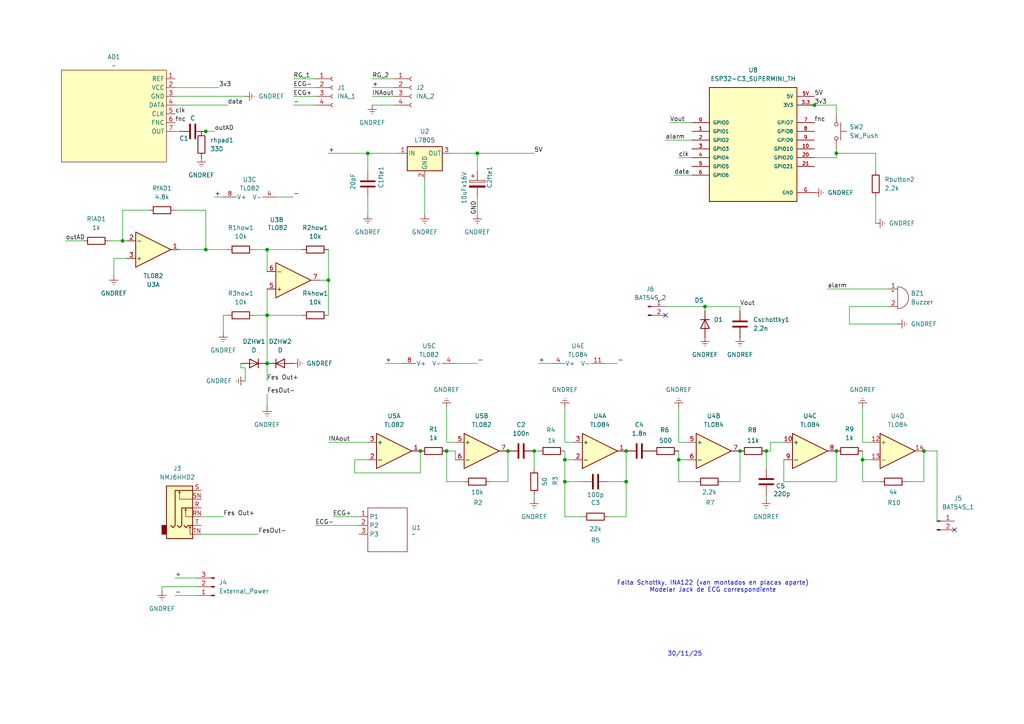
<source format=kicad_sch>
(kicad_sch (version 20250114) (generator "eeschema") (generator_version "9.0")
  (paper "A4")
  (lib_symbols
    (symbol "AD-9833:CJMCU-9833"
      (property "Reference" "AD9833" (at 0 0 0))
      (symbol "CJMCU-9833_1_1"
        (rectangle (start -15.24 11.43) (end 15.24 -15.24) (fill (type background)))
        (pin passive line (at 17.78 8.89 180) (length 2.54) (name "REF") (number "1"))
        (pin power_in line (at 17.78 6.35 180) (length 2.54) (name "VCC") (number "2"))
        (pin power_out line (at 17.78 3.81 180) (length 2.54) (name "GND") (number "3"))
        (pin passive line (at 17.78 1.27 180) (length 2.54) (name "DATA") (number "4"))
        (pin passive line (at 17.78 -1.27 180) (length 2.54) (name "CLK") (number "5"))
        (pin passive line (at 17.78 -3.81 180) (length 2.54) (name "FNC") (number "6"))
        (pin output line (at 17.78 -6.35 180) (length 2.54) (name "OUT") (number "7"))
      )
    )
    (symbol "Amplifier_Operational:TL082" (pin_names (offset 0.127))
      (property "Reference" "U" (at 0 5.08 0))
      (property "Value" "TL082" (at 0 -5.08 0))
      (symbol "TL082_1_1"
        (polyline (pts (xy -5.08 5.08) (xy 5.08 0) (xy -5.08 -5.08) (xy -5.08 5.08)) (stroke (width 0.254)) (fill (type background)))
        (pin input line (at -7.62 2.54 0) (length 2.54) (name "+") (number "3"))
        (pin input line (at -7.62 -2.54 0) (length 2.54) (name "-") (number "2"))
        (pin output line (at 7.62 0 180) (length 2.54) (name "~") (number "1"))
      )
      (symbol "TL082_2_1"
        (polyline (pts (xy -5.08 5.08) (xy 5.08 0) (xy -5.08 -5.08) (xy -5.08 5.08)) (stroke (width 0.254)) (fill (type background)))
        (pin input line (at -7.62 2.54 0) (length 2.54) (name "+") (number "5"))
        (pin input line (at -7.62 -2.54 0) (length 2.54) (name "-") (number "6"))
        (pin output line (at 7.62 0 180) (length 2.54) (name "~") (number "7"))
      )
      (symbol "TL082_3_1"
        (pin power_in line (at -2.54 7.62 270) (length 3.81) (name "V+") (number "8"))
        (pin power_in line (at -2.54 -7.62 90) (length 3.81) (name "V-") (number "4"))
      )
    )
    (symbol "Amplifier_Operational:TL084" (pin_names (offset 0.127))
      (property "Reference" "U" (at 0 5.08 0))
      (property "Value" "TL084" (at 0 -5.08 0))
      (symbol "TL084_1_1"
        (polyline (pts (xy -5.08 5.08) (xy 5.08 0) (xy -5.08 -5.08) (xy -5.08 5.08)) (stroke (width 0.254)) (fill (type background)))
        (pin input line (at -7.62 2.54 0) (length 2.54) (name "+") (number "3"))
        (pin input line (at -7.62 -2.54 0) (length 2.54) (name "-") (number "2"))
        (pin output line (at 7.62 0 180) (length 2.54) (name "~") (number "1"))
      )
      (symbol "TL084_2_1"
        (polyline (pts (xy -5.08 5.08) (xy 5.08 0) (xy -5.08 -5.08) (xy -5.08 5.08)) (stroke (width 0.254)) (fill (type background)))
        (pin input line (at -7.62 2.54 0) (length 2.54) (name "+") (number "5"))
        (pin input line (at -7.62 -2.54 0) (length 2.54) (name "-") (number "6"))
        (pin output line (at 7.62 0 180) (length 2.54) (name "~") (number "7"))
      )
      (symbol "TL084_3_1"
        (polyline (pts (xy -5.08 5.08) (xy 5.08 0) (xy -5.08 -5.08) (xy -5.08 5.08)) (stroke (width 0.254)) (fill (type background)))
        (pin input line (at -7.62 2.54 0) (length 2.54) (name "+") (number "10"))
        (pin input line (at -7.62 -2.54 0) (length 2.54) (name "-") (number "9"))
        (pin output line (at 7.62 0 180) (length 2.54) (name "~") (number "8"))
      )
      (symbol "TL084_4_1"
        (polyline (pts (xy -5.08 5.08) (xy 5.08 0) (xy -5.08 -5.08) (xy -5.08 5.08)) (stroke (width 0.254)) (fill (type background)))
        (pin input line (at -7.62 2.54 0) (length 2.54) (name "+") (number "12"))
        (pin input line (at -7.62 -2.54 0) (length 2.54) (name "-") (number "13"))
        (pin output line (at 7.62 0 180) (length 2.54) (name "~") (number "14"))
      )
      (symbol "TL084_5_1"
        (pin power_in line (at -2.54 7.62 270) (length 3.81) (name "V+") (number "4"))
        (pin power_in line (at -2.54 -7.62 90) (length 3.81) (name "V-") (number "11"))
      )
    )
    (symbol "Connector:Conn_01x02_Pin" (pin_names (offset 1.016) (hide yes))
      (property "Reference" "J" (at 0 2.54 0))
      (property "Value" "Conn_01x02_Pin" (at 0 -5.08 0))
      (symbol "Conn_01x02_Pin_1_1"
        (rectangle (start 0.8636 0.127) (end 0 -0.127) (stroke (width 0.1524)) (fill (type outline)))
        (rectangle (start 0.8636 -2.413) (end 0 -2.667) (stroke (width 0.1524)) (fill (type outline)))
        (polyline (pts (xy 1.27 0) (xy 0.8636 0)) (stroke (width 0.1524)))
        (polyline (pts (xy 1.27 -2.54) (xy 0.8636 -2.54)) (stroke (width 0.1524)))
        (pin passive line (at 5.08 0 180) (length 3.81) (name "Pin_1") (number "1"))
        (pin passive line (at 5.08 -2.54 180) (length 3.81) (name "Pin_2") (number "2"))
      )
    )
    (symbol "Connector:Conn_01x03_Pin" (pin_names (offset 1.016) (hide yes))
      (property "Reference" "J" (at 0 5.08 0))
      (property "Value" "Conn_01x03_Pin" (at 0 -5.08 0))
      (symbol "Conn_01x03_Pin_1_1"
        (rectangle (start 0.8636 2.667) (end 0 2.413) (stroke (width 0.1524)) (fill (type outline)))
        (rectangle (start 0.8636 0.127) (end 0 -0.127) (stroke (width 0.1524)) (fill (type outline)))
        (rectangle (start 0.8636 -2.413) (end 0 -2.667) (stroke (width 0.1524)) (fill (type outline)))
        (polyline (pts (xy 1.27 2.54) (xy 0.8636 2.54)) (stroke (width 0.1524)))
        (polyline (pts (xy 1.27 0) (xy 0.8636 0)) (stroke (width 0.1524)))
        (polyline (pts (xy 1.27 -2.54) (xy 0.8636 -2.54)) (stroke (width 0.1524)))
        (pin passive line (at 5.08 2.54 180) (length 3.81) (name "Pin_1") (number "1"))
        (pin passive line (at 5.08 0 180) (length 3.81) (name "Pin_2") (number "2"))
        (pin passive line (at 5.08 -2.54 180) (length 3.81) (name "Pin_3") (number "3"))
      )
    )
    (symbol "Connector:Conn_01x04_Socket" (pin_names (offset 1.016) (hide yes))
      (property "Reference" "J" (at 0 5.08 0))
      (property "Value" "Conn_01x04_Socket" (at 0 -7.62 0))
      (symbol "Conn_01x04_Socket_1_1"
        (polyline (pts (xy -1.27 2.54) (xy -0.508 2.54)) (stroke (width 0.1524)))
        (polyline (pts (xy -1.27 0) (xy -0.508 0)) (stroke (width 0.1524)))
        (polyline (pts (xy -1.27 -2.54) (xy -0.508 -2.54)) (stroke (width 0.1524)))
        (polyline (pts (xy -1.27 -5.08) (xy -0.508 -5.08)) (stroke (width 0.1524)))
        (arc (start 0 2.032) (mid -0.5058 2.54) (end 0 3.048) (stroke (width 0.1524)))
        (arc (start 0 -0.508) (mid -0.5058 0) (end 0 0.508) (stroke (width 0.1524)))
        (arc (start 0 -3.048) (mid -0.5058 -2.54) (end 0 -2.032) (stroke (width 0.1524)))
        (arc (start 0 -5.588) (mid -0.5058 -5.08) (end 0 -4.572) (stroke (width 0.1524)))
        (pin passive line (at -5.08 2.54 0) (length 3.81) (name "Pin_1") (number "1"))
        (pin passive line (at -5.08 0 0) (length 3.81) (name "Pin_2") (number "2"))
        (pin passive line (at -5.08 -2.54 0) (length 3.81) (name "Pin_3") (number "3"))
        (pin passive line (at -5.08 -5.08 0) (length 3.81) (name "Pin_4") (number "4"))
      )
    )
    (symbol "Connector_Audio:NMJ6HHD2"
      (property "Reference" "J" (at 0 11.43 0))
      (property "Value" "NMJ6HHD2" (at 0 8.89 0))
      (symbol "NMJ6HHD2_0_1"
        (rectangle (start -5.08 -5.08) (end -6.35 -7.62) (stroke (width 0.254)) (fill (type outline)))
        (polyline (pts (xy -1.905 -5.08) (xy -1.27 -5.715) (xy -0.635 -5.08) (xy -0.635 0) (xy 2.54 0)) (stroke (width 0.254)))
        (polyline (pts (xy -1.27 4.826) (xy -1.016 4.318)))
        (polyline (pts (xy 0 -5.08) (xy 0.635 -5.715) (xy 1.27 -5.08) (xy 2.54 -5.08)) (stroke (width 0.254)))
        (polyline (pts (xy 0.508 -0.254) (xy 0.762 -0.762)))
        (polyline (pts (xy 1.778 -5.334) (xy 2.032 -5.842)))
        (rectangle (start 2.54 6.35) (end -5.08 -8.89) (stroke (width 0.254)) (fill (type background)))
        (polyline (pts (xy 2.54 5.08) (xy -2.54 5.08) (xy -2.54 -5.08) (xy -3.175 -5.715) (xy -3.81 -5.08)) (stroke (width 0.254)))
        (polyline (pts (xy 2.54 2.54) (xy -1.27 2.54) (xy -1.27 4.826) (xy -1.524 4.318)))
        (polyline (pts (xy 2.54 -2.54) (xy 0.508 -2.54) (xy 0.508 -0.254) (xy 0.254 -0.762)))
        (polyline (pts (xy 2.54 -7.62) (xy 1.778 -7.62) (xy 1.778 -5.334) (xy 1.524 -5.842)))
      )
      (symbol "NMJ6HHD2_1_1"
        (pin passive line (at 5.08 5.08 180) (length 2.54) (name "~") (number "S"))
        (pin passive line (at 5.08 2.54 180) (length 2.54) (name "~") (number "SN"))
        (pin passive line (at 5.08 0 180) (length 2.54) (name "~") (number "R"))
        (pin passive line (at 5.08 -2.54 180) (length 2.54) (name "~") (number "RN"))
        (pin passive line (at 5.08 -5.08 180) (length 2.54) (name "~") (number "T"))
        (pin passive line (at 5.08 -7.62 180) (length 2.54) (name "~") (number "TN"))
      )
    )
    (symbol "Device:Buzzer" (pin_names (offset 0.0254) (hide yes))
      (property "Reference" "BZ" (at 3.81 1.27 0))
      (property "Value" "Buzzer" (at 3.81 -1.27 0))
      (symbol "Buzzer_0_1"
        (polyline (pts (xy -1.651 1.905) (xy -1.143 1.905)))
        (polyline (pts (xy -1.397 2.159) (xy -1.397 1.651)))
        (arc (start 0 3.175) (mid 3.1612 0) (end 0 -3.175))
        (polyline (pts (xy 0 3.175) (xy 0 -3.175)))
      )
      (symbol "Buzzer_1_1"
        (pin passive line (at -2.54 2.54 0) (length 2.54) (name "+") (number "1"))
        (pin passive line (at -2.54 -2.54 0) (length 2.54) (name "-") (number "2"))
      )
    )
    (symbol "Device:C" (pin_numbers (hide yes)) (pin_names (offset 0.254))
      (property "Reference" "C" (at 0.635 2.54 0))
      (property "Value" "C" (at 0.635 -2.54 0))
      (symbol "C_0_1"
        (polyline (pts (xy -2.032 0.762) (xy 2.032 0.762)) (stroke (width 0.508)))
        (polyline (pts (xy -2.032 -0.762) (xy 2.032 -0.762)) (stroke (width 0.508)))
      )
      (symbol "C_1_1"
        (pin passive line (at 0 3.81 270) (length 2.794) (name "~") (number "1"))
        (pin passive line (at 0 -3.81 90) (length 2.794) (name "~") (number "2"))
      )
    )
    (symbol "Device:C_Polarized" (pin_numbers (hide yes)) (pin_names (offset 0.254))
      (property "Reference" "C" (at 0.635 2.54 0))
      (property "Value" "C_Polarized" (at 0.635 -2.54 0))
      (symbol "C_Polarized_0_1"
        (rectangle (start -2.286 0.508) (end 2.286 1.016))
        (polyline (pts (xy -1.778 2.286) (xy -0.762 2.286)))
        (polyline (pts (xy -1.27 2.794) (xy -1.27 1.778)))
        (rectangle (start 2.286 -0.508) (end -2.286 -1.016) (fill (type outline)))
      )
      (symbol "C_Polarized_1_1"
        (pin passive line (at 0 3.81 270) (length 2.794) (name "~") (number "1"))
        (pin passive line (at 0 -3.81 90) (length 2.794) (name "~") (number "2"))
      )
    )
    (symbol "Device:D" (pin_numbers (hide yes)) (pin_names (offset 1.016) (hide yes))
      (property "Reference" "D" (at 0 2.54 0))
      (property "Value" "D" (at 0 -2.54 0))
      (symbol "D_0_1"
        (polyline (pts (xy -1.27 1.27) (xy -1.27 -1.27)) (stroke (width 0.254)))
        (polyline (pts (xy 1.27 1.27) (xy 1.27 -1.27) (xy -1.27 0) (xy 1.27 1.27)) (stroke (width 0.254)))
        (polyline (pts (xy 1.27 0) (xy -1.27 0)))
      )
      (symbol "D_1_1"
        (pin passive line (at -3.81 0 0) (length 2.54) (name "K") (number "1"))
        (pin passive line (at 3.81 0 180) (length 2.54) (name "A") (number "2"))
      )
    )
    (symbol "Device:R" (pin_numbers (hide yes)) (pin_names (offset 0))
      (property "Reference" "R" (at 2.032 0 90))
      (property "Value" "R" (at 0 0 90))
      (symbol "R_0_1"
        (rectangle (start -1.016 -2.54) (end 1.016 2.54) (stroke (width 0.254)))
      )
      (symbol "R_1_1"
        (pin passive line (at 0 3.81 270) (length 1.27) (name "~") (number "1"))
        (pin passive line (at 0 -3.81 90) (length 1.27) (name "~") (number "2"))
      )
    )
    (symbol "ESP32-C3_SUPERMINI_TH:ESP32-C3_SUPERMINI_TH" (pin_names (offset 1.016))
      (property "Reference" "U" (at -12.7 16.002 0))
      (property "Value" "ESP32-C3_SUPERMINI_TH" (at -12.7 -20.32 0))
      (symbol "ESP32-C3_SUPERMINI_TH_0_0"
        (rectangle (start -12.7 -17.78) (end 12.7 15.24) (stroke (width 0.254)) (fill (type background)))
        (pin bidirectional line (at -17.78 5.08 0) (length 5.08) (name "GPIO0") (number "0"))
        (pin bidirectional line (at -17.78 2.54 0) (length 5.08) (name "GPIO1") (number "1"))
        (pin bidirectional line (at -17.78 0 0) (length 5.08) (name "GPIO2") (number "2"))
        (pin bidirectional line (at -17.78 -2.54 0) (length 5.08) (name "GPIO3") (number "3"))
        (pin bidirectional line (at -17.78 -5.08 0) (length 5.08) (name "GPIO4") (number "4"))
        (pin bidirectional line (at -17.78 -7.62 0) (length 5.08) (name "GPIO5") (number "5"))
        (pin bidirectional line (at -17.78 -10.16 0) (length 5.08) (name "GPIO6") (number "6"))
        (pin power_in line (at 17.78 12.7 180) (length 5.08) (name "5V") (number "5V"))
        (pin power_in line (at 17.78 10.16 180) (length 5.08) (name "3V3") (number "3.3"))
        (pin bidirectional line (at 17.78 5.08 180) (length 5.08) (name "GPIO7") (number "7"))
        (pin bidirectional line (at 17.78 2.54 180) (length 5.08) (name "GPIO8") (number "8"))
        (pin bidirectional line (at 17.78 0 180) (length 5.08) (name "GPIO9") (number "9"))
        (pin bidirectional line (at 17.78 -2.54 180) (length 5.08) (name "GPIO10") (number "10"))
        (pin bidirectional line (at 17.78 -5.08 180) (length 5.08) (name "GPIO20") (number "20"))
        (pin bidirectional line (at 17.78 -7.62 180) (length 5.08) (name "GPIO21") (number "21"))
        (pin power_in line (at 17.78 -15.24 180) (length 5.08) (name "GND") (number "G"))
      )
    )
    (symbol "Regulator_Linear:L7805" (pin_names (offset 0.254))
      (property "Reference" "U" (at -3.81 3.175 0))
      (property "Value" "L7805" (at 0 3.175 0))
      (symbol "L7805_0_1"
        (rectangle (start -5.08 1.905) (end 5.08 -5.08) (stroke (width 0.254)) (fill (type background)))
      )
      (symbol "L7805_1_1"
        (pin power_in line (at -7.62 0 0) (length 2.54) (name "IN") (number "1"))
        (pin power_in line (at 0 -7.62 90) (length 2.54) (name "GND") (number "2"))
        (pin power_out line (at 7.62 0 180) (length 2.54) (name "OUT") (number "3"))
      )
    )
    (symbol "Switch:SW_Push" (pin_numbers (hide yes)) (pin_names (offset 1.016) (hide yes))
      (property "Reference" "SW" (at 1.27 2.54 0))
      (property "Value" "SW_Push" (at 0 -1.524 0))
      (symbol "SW_Push_0_1"
        (circle (center -2.032 0) (radius 0.508))
        (polyline (pts (xy 0 1.27) (xy 0 3.048)))
        (circle (center 2.032 0) (radius 0.508))
        (polyline (pts (xy 2.54 1.27) (xy -2.54 1.27)))
        (pin passive line (at -5.08 0 0) (length 2.54) (name "1") (number "1"))
        (pin passive line (at 5.08 0 180) (length 2.54) (name "2") (number "2"))
      )
    )
    (symbol "jackaudio:Jack_ecg"
      (property "Reference" "U" (at 0 0 0))
      (symbol "Jack_ecg_0_1"
        (rectangle (start -6.35 5.08) (end 5.08 -7.62))
      )
      (symbol "Jack_ecg_1_1"
        (pin input line (at -8.89 2.54 0) (length 2.54) (name "P1") (number "1"))
        (pin input line (at -8.89 0 0) (length 2.54) (name "P2") (number "2"))
        (pin input line (at -8.89 -2.54 0) (length 2.54) (name "P3") (number "3"))
      )
    )
    (symbol "power:GNDREF" (power) (pin_numbers (hide yes)) (pin_names (offset 0) (hide yes))
      (property "Value" "GNDREF" (at 0 -3.81 0))
      (symbol "GNDREF_0_1"
        (polyline (pts (xy -0.635 -1.905) (xy 0.635 -1.905)))
        (polyline (pts (xy -0.127 -2.54) (xy 0.127 -2.54)))
        (polyline (pts (xy 0 -1.27) (xy 0 0)))
        (polyline (pts (xy 1.27 -1.27) (xy -1.27 -1.27)))
      )
      (symbol "GNDREF_1_1"
        (pin power_in line (at 0 0 270) (length 0) (name "~") (number "1"))
      )
    )
  )
  (text "30/11/25\n" (at 198.628 189.738 0) (effects (font (size 1.27 1.27))))
  (text "Falta Schottky, INA122 (van montados en placas aparte)\nModelar Jack de ECG correspondiente\n" (at 206.756 170.18 0) (effects (font (size 1.27 1.27))))
  (junction (at 222.25 130.81))
  (junction (at 77.47 91.44))
  (junction (at 181.61 130.81))
  (junction (at 242.57 44.45))
  (junction (at 242.57 130.81))
  (junction (at 77.47 72.39))
  (junction (at 59.69 72.39))
  (junction (at 77.47 105.41))
  (junction (at 121.92 130.81))
  (junction (at 106.68 44.45))
  (junction (at 154.94 130.81))
  (junction (at 181.61 139.7))
  (junction (at 250.19 133.35))
  (junction (at 163.83 133.35))
  (junction (at 163.83 139.7))
  (junction (at 129.54 130.81))
  (junction (at 204.47 88.9))
  (junction (at 138.43 44.45))
  (junction (at 35.56 69.85))
  (junction (at 214.63 130.81))
  (junction (at 59.69 38.1))
  (junction (at 236.22 30.48))
  (junction (at 196.85 133.35))
  (junction (at 95.25 81.28))
  (junction (at 267.97 130.81))
  (junction (at 147.32 130.81))
  (no_connect (at 193.04 91.44))
  (no_connect (at 276.86 153.67))
  (wire (pts (xy 214.63 88.9) (xy 214.63 90.17)))
  (wire (pts (xy 163.83 139.7) (xy 163.83 149.86)))
  (wire (pts (xy 58.42 149.86) (xy 64.77 149.86)))
  (wire (pts (xy 102.87 133.35) (xy 106.68 133.35)))
  (wire (pts (xy 71.12 106.68) (xy 69.85 106.68)))
  (wire (pts (xy 52.07 72.39) (xy 59.69 72.39)))
  (wire (pts (xy 106.68 44.45) (xy 115.57 44.45)))
  (wire (pts (xy 196.85 133.35) (xy 196.85 139.7)))
  (wire (pts (xy 271.78 130.81) (xy 267.97 130.81)))
  (wire (pts (xy 107.95 27.94) (xy 114.3 27.94)))
  (wire (pts (xy 204.47 90.17) (xy 204.47 88.9)))
  (wire (pts (xy 196.85 139.7) (xy 201.93 139.7)))
  (wire (pts (xy 234.95 30.48) (xy 236.22 30.48)))
  (wire (pts (xy 223.52 128.27) (xy 227.33 128.27)))
  (wire (pts (xy 254 44.45) (xy 254 49.53)))
  (wire (pts (xy 166.37 128.27) (xy 163.83 128.27)))
  (wire (pts (xy 50.8 167.64) (xy 57.15 167.64)))
  (wire (pts (xy 107.95 30.48) (xy 114.3 30.48)))
  (wire (pts (xy 62.23 57.15) (xy 64.77 57.15)))
  (wire (pts (xy 138.43 105.41) (xy 132.08 105.41)))
  (wire (pts (xy 52.07 38.1) (xy 50.8 38.1)))
  (wire (pts (xy 96.52 149.86) (xy 104.14 149.86)))
  (wire (pts (xy 163.83 149.86) (xy 168.91 149.86)))
  (wire (pts (xy 222.25 135.89) (xy 222.25 130.81)))
  (wire (pts (xy 106.68 44.45) (xy 106.68 49.53)))
  (wire (pts (xy 50.8 27.94) (xy 71.12 27.94)))
  (wire (pts (xy 250.19 139.7) (xy 255.27 139.7)))
  (wire (pts (xy 154.94 135.89) (xy 154.94 130.81)))
  (wire (pts (xy 163.83 130.81) (xy 163.83 133.35)))
  (wire (pts (xy 85.09 27.94) (xy 91.44 27.94)))
  (wire (pts (xy 73.66 91.44) (xy 77.47 91.44)))
  (wire (pts (xy 242.57 44.45) (xy 254 44.45)))
  (wire (pts (xy 129.54 118.11) (xy 129.54 128.27)))
  (wire (pts (xy 35.56 69.85) (xy 35.56 60.96)))
  (wire (pts (xy 262.89 139.7) (xy 267.97 139.7)))
  (wire (pts (xy 199.39 128.27) (xy 196.85 128.27)))
  (wire (pts (xy 196.85 45.72) (xy 200.66 45.72)))
  (wire (pts (xy 242.57 45.72) (xy 236.22 45.72)))
  (wire (pts (xy 196.85 118.11) (xy 196.85 128.27)))
  (wire (pts (xy 31.75 69.85) (xy 35.56 69.85)))
  (wire (pts (xy 254 57.15) (xy 254 64.77)))
  (wire (pts (xy 163.83 118.11) (xy 163.83 128.27)))
  (wire (pts (xy 193.04 88.9) (xy 204.47 88.9)))
  (wire (pts (xy 33.02 74.93) (xy 33.02 80.01)))
  (wire (pts (xy 223.52 130.81) (xy 222.25 130.81)))
  (wire (pts (xy 147.32 139.7) (xy 147.32 130.81)))
  (wire (pts (xy 252.73 128.27) (xy 250.19 128.27)))
  (wire (pts (xy 195.58 50.8) (xy 200.66 50.8)))
  (wire (pts (xy 50.8 25.4) (xy 63.5 25.4)))
  (wire (pts (xy 77.47 105.41) (xy 77.47 110.49)))
  (wire (pts (xy 66.04 91.44) (xy 64.77 91.44)))
  (wire (pts (xy 92.71 81.28) (xy 95.25 81.28)))
  (wire (pts (xy 35.56 69.85) (xy 36.83 69.85)))
  (wire (pts (xy 222.25 143.51) (xy 222.25 144.78)))
  (wire (pts (xy 106.68 57.15) (xy 106.68 62.23)))
  (wire (pts (xy 50.8 60.96) (xy 59.69 60.96)))
  (wire (pts (xy 132.08 128.27) (xy 129.54 128.27)))
  (wire (pts (xy 102.87 133.35) (xy 102.87 137.16)))
  (wire (pts (xy 50.8 172.72) (xy 57.15 172.72)))
  (wire (pts (xy 85.09 30.48) (xy 91.44 30.48)))
  (wire (pts (xy 250.19 133.35) (xy 252.73 133.35)))
  (wire (pts (xy 121.92 137.16) (xy 121.92 130.81)))
  (wire (pts (xy 91.44 152.4) (xy 104.14 152.4)))
  (wire (pts (xy 77.47 114.3) (xy 77.47 118.11)))
  (wire (pts (xy 176.53 149.86) (xy 181.61 149.86)))
  (wire (pts (xy 64.77 91.44) (xy 64.77 96.52)))
  (wire (pts (xy 107.95 25.4) (xy 114.3 25.4)))
  (wire (pts (xy 240.03 83.82) (xy 257.81 83.82)))
  (wire (pts (xy 129.54 139.7) (xy 134.62 139.7)))
  (wire (pts (xy 59.69 60.96) (xy 59.69 72.39)))
  (wire (pts (xy 73.66 72.39) (xy 77.47 72.39)))
  (wire (pts (xy 267.97 130.81) (xy 267.97 139.7)))
  (wire (pts (xy 77.47 91.44) (xy 87.63 91.44)))
  (wire (pts (xy 46.99 170.18) (xy 46.99 171.45)))
  (wire (pts (xy 156.21 105.41) (xy 160.02 105.41)))
  (wire (pts (xy 59.69 38.1) (xy 58.42 38.1)))
  (wire (pts (xy 77.47 83.82) (xy 77.47 91.44)))
  (wire (pts (xy 129.54 130.81) (xy 129.54 139.7)))
  (wire (pts (xy 181.61 139.7) (xy 181.61 149.86)))
  (wire (pts (xy 19.05 69.85) (xy 24.13 69.85)))
  (wire (pts (xy 62.23 38.1) (xy 59.69 38.1)))
  (wire (pts (xy 138.43 57.15) (xy 138.43 62.23)))
  (wire (pts (xy 194.31 35.56) (xy 200.66 35.56)))
  (wire (pts (xy 77.47 72.39) (xy 77.47 78.74)))
  (wire (pts (xy 111.76 105.41) (xy 116.84 105.41)))
  (wire (pts (xy 156.21 130.81) (xy 154.94 130.81)))
  (wire (pts (xy 242.57 44.45) (xy 242.57 43.18)))
  (wire (pts (xy 95.25 44.45) (xy 106.68 44.45)))
  (wire (pts (xy 181.61 139.7) (xy 181.61 130.81)))
  (wire (pts (xy 132.08 130.81) (xy 132.08 133.35)))
  (wire (pts (xy 35.56 60.96) (xy 43.18 60.96)))
  (wire (pts (xy 142.24 139.7) (xy 147.32 139.7)))
  (wire (pts (xy 227.33 133.35) (xy 227.33 139.7)))
  (wire (pts (xy 77.47 72.39) (xy 87.63 72.39)))
  (wire (pts (xy 250.19 130.81) (xy 250.19 133.35)))
  (wire (pts (xy 138.43 44.45) (xy 138.43 49.53)))
  (wire (pts (xy 196.85 130.81) (xy 196.85 133.35)))
  (wire (pts (xy 242.57 139.7) (xy 242.57 130.81)))
  (wire (pts (xy 123.19 52.07) (xy 123.19 62.23)))
  (wire (pts (xy 250.19 133.35) (xy 250.19 139.7)))
  (wire (pts (xy 69.85 106.68) (xy 69.85 105.41)))
  (wire (pts (xy 271.78 151.13) (xy 271.78 130.81)))
  (wire (pts (xy 107.95 22.86) (xy 114.3 22.86)))
  (wire (pts (xy 77.47 91.44) (xy 77.47 105.41)))
  (wire (pts (xy 223.52 130.81) (xy 223.52 128.27)))
  (wire (pts (xy 95.25 72.39) (xy 95.25 81.28)))
  (wire (pts (xy 85.09 22.86) (xy 91.44 22.86)))
  (wire (pts (xy 95.25 128.27) (xy 106.68 128.27)))
  (wire (pts (xy 209.55 139.7) (xy 214.63 139.7)))
  (wire (pts (xy 36.83 74.93) (xy 33.02 74.93)))
  (wire (pts (xy 246.38 88.9) (xy 246.38 93.98)))
  (wire (pts (xy 102.87 137.16) (xy 121.92 137.16)))
  (wire (pts (xy 227.33 139.7) (xy 242.57 139.7)))
  (wire (pts (xy 57.15 170.18) (xy 46.99 170.18)))
  (wire (pts (xy 95.25 81.28) (xy 95.25 91.44)))
  (wire (pts (xy 85.09 25.4) (xy 91.44 25.4)))
  (wire (pts (xy 138.43 44.45) (xy 154.94 44.45)))
  (wire (pts (xy 242.57 33.02) (xy 242.57 30.48)))
  (wire (pts (xy 163.83 133.35) (xy 166.37 133.35)))
  (wire (pts (xy 130.81 44.45) (xy 138.43 44.45)))
  (wire (pts (xy 242.57 44.45) (xy 242.57 45.72)))
  (wire (pts (xy 246.38 93.98) (xy 260.35 93.98)))
  (wire (pts (xy 129.54 130.81) (xy 132.08 130.81)))
  (wire (pts (xy 163.83 139.7) (xy 168.91 139.7)))
  (wire (pts (xy 193.04 40.64) (xy 200.66 40.64)))
  (wire (pts (xy 236.22 30.48) (xy 242.57 30.48)))
  (wire (pts (xy 204.47 88.9) (xy 214.63 88.9)))
  (wire (pts (xy 176.53 139.7) (xy 181.61 139.7)))
  (wire (pts (xy 80.01 57.15) (xy 85.09 57.15)))
  (wire (pts (xy 214.63 130.81) (xy 214.63 139.7)))
  (wire (pts (xy 246.38 88.9) (xy 257.81 88.9)))
  (wire (pts (xy 59.69 72.39) (xy 66.04 72.39)))
  (wire (pts (xy 71.12 110.49) (xy 71.12 106.68)))
  (wire (pts (xy 179.07 105.41) (xy 175.26 105.41)))
  (wire (pts (xy 50.8 30.48) (xy 66.04 30.48)))
  (wire (pts (xy 163.83 133.35) (xy 163.83 139.7)))
  (wire (pts (xy 58.42 154.94) (xy 74.93 154.94)))
  (wire (pts (xy 250.19 118.11) (xy 250.19 128.27)))
  (wire (pts (xy 154.94 143.51) (xy 154.94 144.78)))
  (wire (pts (xy 196.85 133.35) (xy 199.39 133.35)))
  (label "5V" (at 154.94 44.45 0))
  (label "ECG-" (at 85.09 25.4 0))
  (label "ECG+" (at 85.09 27.94 0))
  (label "+" (at 111.76 105.41 0))
  (label "RG_1" (at 85.09 22.86 0))
  (label "fnc" (at 50.8 35.56 0))
  (label "data" (at 195.58 50.8 0))
  (label "clk" (at 50.8 33.02 0))
  (label "clk" (at 196.85 45.72 0))
  (label "5V" (at 236.22 27.94 0))
  (label "+" (at 107.95 25.4 0))
  (label "alarm" (at 240.03 83.82 0))
  (label "outAD" (at 19.05 69.85 0))
  (label "+" (at 95.25 44.45 0))
  (label "Fes Out+" (at 64.77 149.86 0))
  (label "+" (at 50.8 167.64 0))
  (label "FesOut-" (at 77.47 114.3 0))
  (label "fnc" (at 236.22 35.56 0))
  (label "-" (at 138.43 105.41 0))
  (label "GND" (at 138.43 62.23 90))
  (label "3v3" (at 236.22 30.48 0))
  (label "ECG+" (at 96.52 149.86 0))
  (label "INAout" (at 95.25 128.27 0))
  (label "-" (at 50.8 172.72 0))
  (label "-" (at 179.07 105.41 0))
  (label "ECG-" (at 91.44 152.4 0))
  (label "FesOut-" (at 74.93 154.94 0))
  (label "outAD" (at 62.23 38.1 0))
  (label "data" (at 66.04 30.48 0))
  (label "INAout" (at 107.95 27.94 0))
  (label "+" (at 62.23 57.15 0))
  (label "3v3" (at 63.5 25.4 0))
  (label "-" (at 85.09 30.48 0))
  (label "alarm" (at 193.04 40.64 0))
  (label "-" (at 85.09 57.15 0))
  (label "Fes Out+" (at 77.47 110.49 0))
  (label "RG_2" (at 107.95 22.86 0))
  (label "Vout" (at 214.63 88.9 0))
  (label "+" (at 156.21 105.41 0))
  (label "Vout" (at 194.31 35.56 0))
  (symbol (lib_id "jackaudio:Jack_ecg") (at 113.03 152.4 0) (unit 1)
    (property "Reference" "U1" (at 119.38 153.0349 0) (effects (justify left)))
    (property "Value" "~" (at 119.38 154.94 0) (effects (justify left)))
    (property "Footprint" "jackaudio:jack ECG" (effects (hide yes)))
  )
  (symbol (lib_id "Device:R") (at 154.94 139.7 180) (unit 1)
    (property "Reference" "R3" (at 161.036 139.446 90))
    (property "Value" "50" (at 157.988 139.7 90))
    (property "Footprint" "Resistor_THT:R_Axial_DIN0204_L3.6mm_D1.6mm_P7.62mm_Horizontal" (effects (hide yes)))
    (property "Description" "Resistor" (effects (hide yes)))
  )
  (symbol (lib_id "power:GNDREF") (at 71.12 110.49 270) (unit 1)
    (property "Reference" "#PWR018" (effects (hide yes)))
    (property "Value" "GNDREF" (at 67.31 110.4899 90) (effects (justify right)))
    (property "Description" "Power symbol creates a global label with name \"GNDREF\" , reference supply ground" (effects (hide yes)))
  )
  (symbol (lib_id "ESP32-C3_SUPERMINI_TH:ESP32-C3_SUPERMINI_TH") (at 218.44 40.64 0) (unit 1)
    (property "Reference" "U8" (at 218.44 20.32 0))
    (property "Value" "ESP32-C3_SUPERMINI_TH" (at 218.44 22.86 0))
    (property "Footprint" "ESP32-C3_SUPERMINI_TH:MODULE_ESP32-C3_SUPERMINI_TH" (effects (hide yes)))
    (property "MF" "Espressif Systems" (effects (hide yes)))
    (property "Description_1" "Super tiny ESP32-C3 board" (effects (hide yes)))
    (property "CREATOR" "DIZAR" (effects (hide yes)))
    (property "Price" "None" (effects (hide yes)))
    (property "Package" "Package" (effects (hide yes)))
    (property "Check_prices" "https://www.snapeda.com/parts/ESP32-C3%20SuperMini_TH/Espressif+Systems/view-part/?ref=eda" (effects (hide yes)))
    (property "STANDARD" "IPC-7351B" (effects (hide yes)))
    (property "SnapEDA_Link" "https://www.snapeda.com/parts/ESP32-C3%20SuperMini_TH/Espressif+Systems/view-part/?ref=snap" (effects (hide yes)))
    (property "MP" "ESP32-C3 SuperMini_TH" (effects (hide yes)))
    (property "Availability" "Not in stock" (effects (hide yes)))
    (property "MANUFACTURER" "Espressif Systems" (effects (hide yes)))
  )
  (symbol (lib_id "power:GNDREF") (at 196.85 118.11 180) (unit 1)
    (property "Reference" "#PWR023" (effects (hide yes)))
    (property "Value" "GNDREF" (at 196.85 113.03 0))
    (property "Description" "Power symbol creates a global label with name \"GNDREF\" , reference supply ground" (effects (hide yes)))
  )
  (symbol (lib_id "power:GNDREF") (at 214.63 97.79 0) (unit 1)
    (property "Reference" "#PWR07" (effects (hide yes)))
    (property "Value" "GNDREF" (at 214.63 102.87 0))
    (property "Description" "Power symbol creates a global label with name \"GNDREF\" , reference supply ground" (effects (hide yes)))
  )
  (symbol (lib_id "power:GNDREF") (at 204.47 97.79 0) (unit 1)
    (property "Reference" "#PWR010" (effects (hide yes)))
    (property "Value" "GNDREF" (at 204.47 102.87 0))
    (property "Description" "Power symbol creates a global label with name \"GNDREF\" , reference supply ground" (effects (hide yes)))
  )
  (symbol (lib_id "Amplifier_Operational:TL082") (at 72.39 54.61 90) (unit 3)
    (property "Reference" "U3" (at 72.39 52.07 90))
    (property "Value" "TL082" (at 72.39 54.61 90))
    (property "Footprint" "Package_DIP:DIP-8_W7.62mm" (effects (hide yes)))
    (property "Datasheet" "http://www.ti.com/lit/ds/symlink/tl081.pdf" (effects (hide yes)))
    (property "Description" "Dual JFET-Input Operational Amplifiers, DIP-8/SOIC-8/SSOP-8" (effects (hide yes)))
  )
  (symbol (lib_id "Device:R") (at 218.44 130.81 270) (unit 1)
    (property "Reference" "R8" (at 218.186 124.714 90))
    (property "Value" "11k" (at 218.44 127.762 90))
    (property "Footprint" "Resistor_THT:R_Axial_DIN0204_L3.6mm_D1.6mm_P7.62mm_Horizontal" (effects (hide yes)))
    (property "Description" "Resistor" (effects (hide yes)))
  )
  (symbol (lib_id "Device:R") (at 246.38 130.81 90) (unit 1)
    (property "Reference" "R9" (at 246.38 124.46 90))
    (property "Value" "1k" (at 246.38 127 90))
    (property "Footprint" "Resistor_THT:R_Axial_DIN0204_L3.6mm_D1.6mm_P7.62mm_Horizontal" (effects (hide yes)))
    (property "Description" "Resistor" (effects (hide yes)))
  )
  (symbol (lib_id "Device:D") (at 204.47 93.98 270) (unit 1)
    (property "Reference" "D1" (at 207.01 92.7099 90) (effects (justify left)))
    (property "Value" "DS" (at 201.422 87.122 90) (effects (justify left)))
    (property "Footprint" "Diode_THT:D_DO-35_SOD27_P7.62mm_Horizontal" (effects (hide yes)))
    (property "Description" "Diode" (effects (hide yes)))
    (property "Sim.Device" "D" (effects (hide yes)))
    (property "Sim.Pins" "1=K 2=A" (effects (hide yes)))
  )
  (symbol (lib_id "power:GNDREF") (at 250.19 118.11 180) (unit 1)
    (property "Reference" "#PWR026" (effects (hide yes)))
    (property "Value" "GNDREF" (at 250.19 113.03 0))
    (property "Description" "Power symbol creates a global label with name \"GNDREF\" , reference supply ground" (effects (hide yes)))
  )
  (symbol (lib_id "Amplifier_Operational:TL082") (at 139.7 130.81 0) (unit 2)
    (property "Reference" "U5" (at 139.7 120.65 0))
    (property "Value" "TL082" (at 139.7 123.19 0))
    (property "Footprint" "Package_DIP:DIP-8_W7.62mm" (effects (hide yes)))
    (property "Datasheet" "http://www.ti.com/lit/ds/symlink/tl081.pdf" (effects (hide yes)))
    (property "Description" "Dual JFET-Input Operational Amplifiers, DIP-8/SOIC-8/SSOP-8" (effects (hide yes)))
  )
  (symbol (lib_id "power:GNDREF") (at 260.35 93.98 90) (mirror x) (unit 1)
    (property "Reference" "#PWR020" (effects (hide yes)))
    (property "Value" "GNDREF" (at 264.16 93.9799 90) (effects (justify right)))
    (property "Description" "Power symbol creates a global label with name \"GNDREF\" , reference supply ground" (effects (hide yes)))
  )
  (symbol (lib_id "Device:R") (at 172.72 149.86 270) (unit 1)
    (property "Reference" "R5" (at 172.72 156.718 90))
    (property "Value" "22k" (at 172.72 153.416 90))
    (property "Footprint" "Resistor_THT:R_Axial_DIN0204_L3.6mm_D1.6mm_P7.62mm_Horizontal" (effects (hide yes)))
    (property "Description" "Resistor" (effects (hide yes)))
  )
  (symbol (lib_id "Connector:Conn_01x04_Socket") (at 119.38 25.4 0) (unit 1)
    (property "Reference" "J2" (at 120.65 25.3999 0) (effects (justify left)))
    (property "Value" "INA_2" (at 120.65 27.9399 0) (effects (justify left)))
    (property "Footprint" "Connector_PinSocket_2.54mm:PinSocket_1x04_P2.54mm_Vertical" (effects (hide yes)))
    (property "Description" "Generic connector, single row, 01x04, script generated" (effects (hide yes)))
  )
  (symbol (lib_id "power:GNDREF") (at 138.43 62.23 0) (mirror y) (unit 1)
    (property "Reference" "#PWR014" (effects (hide yes)))
    (property "Value" "GNDREF" (at 138.43 67.31 0))
    (property "Description" "Power symbol creates a global label with name \"GNDREF\" , reference supply ground" (effects (hide yes)))
  )
  (symbol (lib_id "Device:C") (at 214.63 93.98 180) (unit 1)
    (property "Reference" "Cschottky1" (at 218.44 92.7099 0) (effects (justify right)))
    (property "Value" "2,2n" (at 218.44 95.2499 0) (effects (justify right)))
    (property "Footprint" "Capacitor_THT:C_Disc_D5.0mm_W2.5mm_P2.50mm" (effects (hide yes)))
    (property "Description" "Unpolarized capacitor" (effects (hide yes)))
  )
  (symbol (lib_id "Connector:Conn_01x02_Pin") (at 187.96 88.9 0) (unit 1)
    (property "Reference" "J6" (at 188.595 83.82 0))
    (property "Value" "BAT54S_2" (at 188.595 86.36 0))
    (property "Footprint" "Connector_PinSocket_2.54mm:PinSocket_1x02_P2.54mm_Vertical" (effects (hide yes)))
    (property "Description" "Generic connector, single row, 01x02, script generated" (effects (hide yes)))
  )
  (symbol (lib_id "Connector:Conn_01x02_Pin") (at 271.78 151.13 0) (unit 1)
    (property "Reference" "J5" (at 277.876 144.526 0))
    (property "Value" "BAT54S_1" (at 277.876 147.066 0))
    (property "Footprint" "Connector_PinSocket_2.54mm:PinSocket_1x02_P2.54mm_Vertical" (effects (hide yes)))
    (property "Description" "Generic connector, single row, 01x02, script generated" (effects (hide yes)))
  )
  (symbol (lib_id "power:GNDREF") (at 254 64.77 90) (mirror x) (unit 1)
    (property "Reference" "#PWR029" (effects (hide yes)))
    (property "Value" "GNDREF" (at 257.81 64.7699 90) (effects (justify right)))
    (property "Description" "Power symbol creates a global label with name \"GNDREF\" , reference supply ground" (effects (hide yes)))
  )
  (symbol (lib_id "Device:C") (at 222.25 139.7 180) (unit 1)
    (property "Reference" "C5" (at 225.044 140.97 0) (effects (justify right)))
    (property "Value" "220p" (at 224.282 143.256 0) (effects (justify right)))
    (property "Footprint" "Capacitor_THT:C_Disc_D5.0mm_W2.5mm_P2.50mm" (effects (hide yes)))
    (property "Description" "Unpolarized capacitor" (effects (hide yes)))
  )
  (symbol (lib_id "Regulator_Linear:L7805") (at 123.19 44.45 0) (unit 1)
    (property "Reference" "U2" (at 123.19 38.1 0))
    (property "Value" "L7805" (at 123.19 40.64 0))
    (property "Footprint" "Package_TO_SOT_THT:TO-220-3_Vertical" (effects (hide yes)))
    (property "Datasheet" "http://www.st.com/content/ccc/resource/technical/document/datasheet/41/4f/b3/b0/12/d4/47/88/CD00000444.pdf/files/CD00000444.pdf/jcr:content/translations/en.CD00000444.pdf" (effects (hide yes)))
    (property "Description" "Positive 1.5A 35V Linear Regulator, Fixed Output 5V, TO-220/TO-263/TO-252" (effects (hide yes)))
  )
  (symbol (lib_id "Device:R") (at 193.04 130.81 270) (unit 1)
    (property "Reference" "R6" (at 192.786 124.714 90))
    (property "Value" "500" (at 193.04 127.762 90))
    (property "Footprint" "Resistor_THT:R_Axial_DIN0204_L3.6mm_D1.6mm_P7.62mm_Horizontal" (effects (hide yes)))
    (property "Description" "Resistor" (effects (hide yes)))
  )
  (symbol (lib_id "power:GNDREF") (at 46.99 171.45 0) (unit 1)
    (property "Reference" "#PWR09" (effects (hide yes)))
    (property "Value" "GNDREF" (at 46.99 176.53 0))
    (property "Description" "Power symbol creates a global label with name \"GNDREF\" , reference supply ground" (effects (hide yes)))
  )
  (symbol (lib_id "power:GNDREF") (at 123.19 62.23 0) (mirror y) (unit 1)
    (property "Reference" "#PWR015" (effects (hide yes)))
    (property "Value" "GNDREF" (at 123.19 67.31 0))
    (property "Description" "Power symbol creates a global label with name \"GNDREF\" , reference supply ground" (effects (hide yes)))
  )
  (symbol (lib_id "power:GNDREF") (at 222.25 144.78 0) (unit 1)
    (property "Reference" "#PWR025" (effects (hide yes)))
    (property "Value" "GNDREF" (at 222.25 149.86 0))
    (property "Description" "Power symbol creates a global label with name \"GNDREF\" , reference supply ground" (effects (hide yes)))
  )
  (symbol (lib_id "Amplifier_Operational:TL084") (at 234.95 130.81 0) (unit 3)
    (property "Reference" "U4" (at 234.95 120.65 0))
    (property "Value" "TL084" (at 234.95 123.19 0))
    (property "Footprint" "Package_DIP:DIP-14_W7.62mm" (effects (hide yes)))
    (property "Datasheet" "http://www.ti.com/lit/ds/symlink/tl081.pdf" (effects (hide yes)))
    (property "Description" "Quad JFET-Input Operational Amplifiers, DIP-14/SOIC-14/SSOP-14" (effects (hide yes)))
  )
  (symbol (lib_id "power:GNDREF") (at 58.42 45.72 0) (unit 1)
    (property "Reference" "#PWR05" (effects (hide yes)))
    (property "Value" "GNDREF" (at 58.42 50.8 0))
    (property "Description" "Power symbol creates a global label with name \"GNDREF\" , reference supply ground" (effects (hide yes)))
  )
  (symbol (lib_id "Device:R") (at 91.44 91.44 90) (unit 1)
    (property "Reference" "R4how1" (at 91.44 85.09 90))
    (property "Value" "10k" (at 91.44 87.63 90))
    (property "Footprint" "Resistor_THT:R_Axial_DIN0204_L3.6mm_D1.6mm_P7.62mm_Horizontal" (effects (hide yes)))
    (property "Description" "Resistor" (effects (hide yes)))
  )
  (symbol (lib_id "Connector:Conn_01x04_Socket") (at 96.52 25.4 0) (unit 1)
    (property "Reference" "J1" (at 97.79 25.3999 0) (effects (justify left)))
    (property "Value" "INA_1" (at 97.79 27.9399 0) (effects (justify left)))
    (property "Footprint" "Connector_PinSocket_2.54mm:PinSocket_1x04_P2.54mm_Vertical" (effects (hide yes)))
    (property "Description" "Generic connector, single row, 01x04, script generated" (effects (hide yes)))
  )
  (symbol (lib_id "Amplifier_Operational:TL084") (at 167.64 102.87 90) (unit 5)
    (property "Reference" "U4" (at 167.64 100.33 90))
    (property "Value" "TL084" (at 167.64 102.87 90))
    (property "Footprint" "Package_DIP:DIP-14_W7.62mm" (effects (hide yes)))
    (property "Datasheet" "http://www.ti.com/lit/ds/symlink/tl081.pdf" (effects (hide yes)))
    (property "Description" "Quad JFET-Input Operational Amplifiers, DIP-14/SOIC-14/SSOP-14" (effects (hide yes)))
  )
  (symbol (lib_id "power:GNDREF") (at 33.02 80.01 0) (unit 1)
    (property "Reference" "#PWR01" (effects (hide yes)))
    (property "Value" "GNDREF" (at 33.02 85.09 0))
    (property "Description" "Power symbol creates a global label with name \"GNDREF\" , reference supply ground" (effects (hide yes)))
  )
  (symbol (lib_id "Device:D") (at 73.66 105.41 180) (unit 1)
    (property "Reference" "DZHW1" (at 73.66 99.06 0))
    (property "Value" "D" (at 73.66 101.6 0))
    (property "Footprint" "Diode_THT:D_DO-35_SOD27_P7.62mm_Horizontal" (effects (hide yes)))
    (property "Description" "Diode" (effects (hide yes)))
    (property "Sim.Device" "D" (effects (hide yes)))
    (property "Sim.Pins" "1=K 2=A" (effects (hide yes)))
  )
  (symbol (lib_id "Device:C") (at 106.68 53.34 0) (unit 1)
    (property "Reference" "C1fte1" (at 110.49 54.61 90) (effects (justify left)))
    (property "Value" "20pF" (at 102.362 55.118 90) (effects (justify left)))
    (property "Footprint" "Capacitor_THT:C_Disc_D5.0mm_W2.5mm_P2.50mm" (effects (hide yes)))
    (property "Description" "Unpolarized capacitor" (effects (hide yes)))
  )
  (symbol (lib_id "Device:C_Polarized") (at 138.43 53.34 0) (unit 1)
    (property "Reference" "C2fte1" (at 141.986 54.61 90) (effects (justify left)))
    (property "Value" "10uFx16V" (at 134.62 59.182 90) (effects (justify left)))
    (property "Footprint" "Capacitor_THT:CP_Radial_D5.0mm_P2.50mm" (effects (hide yes)))
    (property "Description" "Polarized capacitor" (effects (hide yes)))
  )
  (symbol (lib_id "power:GNDREF") (at 107.95 30.48 0) (unit 1)
    (property "Reference" "#PWR03" (effects (hide yes)))
    (property "Value" "GNDREF" (at 107.95 35.56 0))
    (property "Description" "Power symbol creates a global label with name \"GNDREF\" , reference supply ground" (effects (hide yes)))
  )
  (symbol (lib_id "Device:R") (at 46.99 60.96 90) (unit 1)
    (property "Reference" "RfAD1" (at 46.99 54.61 90))
    (property "Value" "4.8k" (at 46.99 57.15 90))
    (property "Footprint" "Resistor_THT:R_Axial_DIN0204_L3.6mm_D1.6mm_P7.62mm_Horizontal" (effects (hide yes)))
    (property "Description" "Resistor" (effects (hide yes)))
  )
  (symbol (lib_id "Amplifier_Operational:TL082") (at 85.09 81.28 0) (mirror x) (unit 2)
    (property "Reference" "U3" (at 80.264 63.754 0))
    (property "Value" "TL082" (at 80.518 66.04 0))
    (property "Footprint" "Package_DIP:DIP-8_W7.62mm" (effects (hide yes)))
    (property "Datasheet" "http://www.ti.com/lit/ds/symlink/tl081.pdf" (effects (hide yes)))
    (property "Description" "Dual JFET-Input Operational Amplifiers, DIP-8/SOIC-8/SSOP-8" (effects (hide yes)))
  )
  (symbol (lib_id "Device:C") (at 55.88 38.1 90) (unit 1)
    (property "Reference" "C1" (at 53.34 40.132 90))
    (property "Value" "C" (at 55.88 34.29 90))
    (property "Footprint" "Capacitor_THT:C_Disc_D5.0mm_W2.5mm_P2.50mm" (effects (hide yes)))
    (property "Description" "Unpolarized capacitor" (effects (hide yes)))
  )
  (symbol (lib_id "Device:Buzzer") (at 260.35 86.36 0) (unit 1)
    (property "Reference" "BZ1" (at 264.16 85.0899 0) (effects (justify left)))
    (property "Value" "Buzzer" (at 264.16 87.6299 0) (effects (justify left)))
    (property "Footprint" "Buzzer_Beeper:Buzzer_12x9.5RM7.6" (effects (hide yes)))
    (property "Description" "Buzzer, polarized" (effects (hide yes)))
  )
  (symbol (lib_id "Connector:Conn_01x03_Pin") (at 62.23 170.18 180) (unit 1)
    (property "Reference" "J4" (at 63.5 168.9099 0) (effects (justify right)))
    (property "Value" "External_Power" (at 63.5 171.4499 0) (effects (justify right)))
    (property "Footprint" "Connector_JST:JST_EH_B3B-EH-A_1x03_P2.50mm_Vertical" (effects (hide yes)))
    (property "Description" "Generic connector, single row, 01x03, script generated" (effects (hide yes)))
  )
  (symbol (lib_id "power:GNDREF") (at 85.09 105.41 90) (unit 1)
    (property "Reference" "#PWR013" (effects (hide yes)))
    (property "Value" "GNDREF" (at 88.9 105.4099 90) (effects (justify right)))
    (property "Description" "Power symbol creates a global label with name \"GNDREF\" , reference supply ground" (effects (hide yes)))
  )
  (symbol (lib_id "Device:R") (at 125.73 130.81 90) (unit 1)
    (property "Reference" "R1" (at 125.73 124.46 90))
    (property "Value" "1k" (at 125.73 127 90))
    (property "Footprint" "Resistor_THT:R_Axial_DIN0204_L3.6mm_D1.6mm_P7.62mm_Horizontal" (effects (hide yes)))
    (property "Description" "Resistor" (effects (hide yes)))
  )
  (symbol (lib_id "power:GNDREF") (at 163.83 118.11 180) (unit 1)
    (property "Reference" "#PWR022" (effects (hide yes)))
    (property "Value" "GNDREF" (at 163.83 113.03 0))
    (property "Description" "Power symbol creates a global label with name \"GNDREF\" , reference supply ground" (effects (hide yes)))
  )
  (symbol (lib_id "Amplifier_Operational:TL082") (at 44.45 72.39 0) (mirror x) (unit 1)
    (property "Reference" "U3" (at 44.45 82.55 0))
    (property "Value" "TL082" (at 44.45 80.01 0))
    (property "Footprint" "Package_DIP:DIP-8_W7.62mm" (effects (hide yes)))
    (property "Datasheet" "http://www.ti.com/lit/ds/symlink/tl081.pdf" (effects (hide yes)))
    (property "Description" "Dual JFET-Input Operational Amplifiers, DIP-8/SOIC-8/SSOP-8" (effects (hide yes)))
  )
  (symbol (lib_id "power:GNDREF") (at 129.54 118.11 180) (unit 1)
    (property "Reference" "#PWR024" (effects (hide yes)))
    (property "Value" "GNDREF" (at 129.54 113.03 0))
    (property "Description" "Power symbol creates a global label with name \"GNDREF\" , reference supply ground" (effects (hide yes)))
  )
  (symbol (lib_id "Amplifier_Operational:TL084") (at 173.99 130.81 0) (unit 1)
    (property "Reference" "U4" (at 173.99 120.65 0))
    (property "Value" "TL084" (at 173.99 123.19 0))
    (property "Footprint" "Package_DIP:DIP-14_W7.62mm" (effects (hide yes)))
    (property "Datasheet" "http://www.ti.com/lit/ds/symlink/tl081.pdf" (effects (hide yes)))
    (property "Description" "Quad JFET-Input Operational Amplifiers, DIP-14/SOIC-14/SSOP-14" (effects (hide yes)))
  )
  (symbol (lib_id "Device:R") (at 259.08 139.7 90) (unit 1)
    (property "Reference" "R10" (at 259.334 145.796 90))
    (property "Value" "4k" (at 259.08 142.748 90))
    (property "Footprint" "Resistor_THT:R_Axial_DIN0204_L3.6mm_D1.6mm_P7.62mm_Horizontal" (effects (hide yes)))
    (property "Description" "Resistor" (effects (hide yes)))
  )
  (symbol (lib_id "Amplifier_Operational:TL084") (at 260.35 130.81 0) (unit 4)
    (property "Reference" "U4" (at 260.35 120.65 0))
    (property "Value" "TL084" (at 260.35 123.19 0))
    (property "Footprint" "Package_DIP:DIP-14_W7.62mm" (effects (hide yes)))
    (property "Datasheet" "http://www.ti.com/lit/ds/symlink/tl081.pdf" (effects (hide yes)))
    (property "Description" "Quad JFET-Input Operational Amplifiers, DIP-14/SOIC-14/SSOP-14" (effects (hide yes)))
  )
  (symbol (lib_id "Device:C") (at 151.13 130.81 90) (unit 1)
    (property "Reference" "C2" (at 151.13 123.19 90))
    (property "Value" "100n" (at 151.13 125.73 90))
    (property "Footprint" "Capacitor_THT:C_Disc_D5.0mm_W2.5mm_P2.50mm" (effects (hide yes)))
    (property "Description" "Unpolarized capacitor" (effects (hide yes)))
  )
  (symbol (lib_id "Device:R") (at 69.85 91.44 90) (unit 1)
    (property "Reference" "R3how1" (at 69.85 85.09 90))
    (property "Value" "10k" (at 69.85 87.63 90))
    (property "Footprint" "Resistor_THT:R_Axial_DIN0204_L3.6mm_D1.6mm_P7.62mm_Horizontal" (effects (hide yes)))
    (property "Description" "Resistor" (effects (hide yes)))
  )
  (symbol (lib_id "Device:C") (at 172.72 139.7 90) (unit 1)
    (property "Reference" "C3" (at 172.72 145.796 90))
    (property "Value" "100p" (at 172.72 143.51 90))
    (property "Footprint" "Capacitor_THT:C_Disc_D5.0mm_W2.5mm_P2.50mm" (effects (hide yes)))
    (property "Description" "Unpolarized capacitor" (effects (hide yes)))
  )
  (symbol (lib_id "power:GNDREF") (at 106.68 62.23 0) (mirror y) (unit 1)
    (property "Reference" "#PWR016" (effects (hide yes)))
    (property "Value" "GNDREF" (at 106.68 67.31 0))
    (property "Description" "Power symbol creates a global label with name \"GNDREF\" , reference supply ground" (effects (hide yes)))
  )
  (symbol (lib_id "power:GNDREF") (at 71.12 27.94 90) (unit 1)
    (property "Reference" "#PWR08" (effects (hide yes)))
    (property "Value" "GNDREF" (at 74.93 27.9399 90) (effects (justify right)))
    (property "Description" "Power symbol creates a global label with name \"GNDREF\" , reference supply ground" (effects (hide yes)))
  )
  (symbol (lib_id "Device:R") (at 69.85 72.39 90) (unit 1)
    (property "Reference" "R1how1" (at 69.85 66.04 90))
    (property "Value" "10k" (at 69.85 68.58 90))
    (property "Footprint" "Resistor_THT:R_Axial_DIN0204_L3.6mm_D1.6mm_P7.62mm_Horizontal" (effects (hide yes)))
    (property "Description" "Resistor" (effects (hide yes)))
  )
  (symbol (lib_id "Connector_Audio:NMJ6HHD2") (at 53.34 147.32 0) (unit 1)
    (property "Reference" "J3" (at 51.435 135.89 0))
    (property "Value" "NMJ6HHD2" (at 51.435 138.43 0))
    (property "Footprint" "Connector_Audio:Jack_6.35mm_Neutrik_NMJ6HHD2_Horizontal" (effects (hide yes)))
    (property "Datasheet" "https://www.neutrik.com/en/product/nmj6hhd2" (effects (hide yes)))
    (property "Description" "M Series, 6.35mm (1/4in) stereo jack, switched, with half threaded nose and offset PCB pins" (effects (hide yes)))
  )
  (symbol (lib_id "Device:R") (at 91.44 72.39 90) (unit 1)
    (property "Reference" "R2how1" (at 91.44 66.04 90))
    (property "Value" "10k" (at 91.44 68.58 90))
    (property "Footprint" "Resistor_THT:R_Axial_DIN0204_L3.6mm_D1.6mm_P7.62mm_Horizontal" (effects (hide yes)))
    (property "Description" "Resistor" (effects (hide yes)))
  )
  (symbol (lib_id "Device:R") (at 27.94 69.85 90) (unit 1)
    (property "Reference" "RiAD1" (at 27.94 63.5 90))
    (property "Value" "1k" (at 27.94 66.04 90))
    (property "Footprint" "Resistor_THT:R_Axial_DIN0204_L3.6mm_D1.6mm_P7.62mm_Horizontal" (effects (hide yes)))
    (property "Description" "Resistor" (effects (hide yes)))
  )
  (symbol (lib_id "power:GNDREF") (at 77.47 118.11 0) (unit 1)
    (property "Reference" "#PWR012" (effects (hide yes)))
    (property "Value" "GNDREF" (at 77.47 123.19 0))
    (property "Description" "Power symbol creates a global label with name \"GNDREF\" , reference supply ground" (effects (hide yes)))
  )
  (symbol (lib_id "Switch:SW_Push") (at 242.57 38.1 270) (unit 1)
    (property "Reference" "SW2" (at 246.38 36.8299 90) (effects (justify left)))
    (property "Value" "SW_Push" (at 246.38 39.3699 90) (effects (justify left)))
    (property "Footprint" "Button_Switch_THT:SW_PUSH_6mm" (effects (hide yes)))
    (property "Description" "Push button switch, generic, two pins" (effects (hide yes)))
  )
  (symbol (lib_id "power:GNDREF") (at 154.94 144.78 0) (unit 1)
    (property "Reference" "#PWR021" (effects (hide yes)))
    (property "Value" "GNDREF" (at 154.94 149.86 0))
    (property "Description" "Power symbol creates a global label with name \"GNDREF\" , reference supply ground" (effects (hide yes)))
  )
  (symbol (lib_id "Amplifier_Operational:TL082") (at 114.3 130.81 0) (unit 1)
    (property "Reference" "U5" (at 114.3 120.65 0))
    (property "Value" "TL082" (at 114.3 123.19 0))
    (property "Footprint" "Package_DIP:DIP-8_W7.62mm" (effects (hide yes)))
    (property "Datasheet" "http://www.ti.com/lit/ds/symlink/tl081.pdf" (effects (hide yes)))
    (property "Description" "Dual JFET-Input Operational Amplifiers, DIP-8/SOIC-8/SSOP-8" (effects (hide yes)))
  )
  (symbol (lib_id "Device:R") (at 58.42 41.91 180) (unit 1)
    (property "Reference" "rhpad1" (at 60.96 40.6399 0) (effects (justify right)))
    (property "Value" "330" (at 60.96 43.1799 0) (effects (justify right)))
    (property "Footprint" "Resistor_THT:R_Axial_DIN0204_L3.6mm_D1.6mm_P7.62mm_Horizontal" (effects (hide yes)))
    (property "Description" "Resistor" (effects (hide yes)))
  )
  (symbol (lib_id "power:GNDREF") (at 64.77 96.52 0) (unit 1)
    (property "Reference" "#PWR02" (effects (hide yes)))
    (property "Value" "GNDREF" (at 64.77 101.6 0))
    (property "Description" "Power symbol creates a global label with name \"GNDREF\" , reference supply ground" (effects (hide yes)))
  )
  (symbol (lib_id "Amplifier_Operational:TL082") (at 124.46 102.87 90) (unit 3)
    (property "Reference" "U5" (at 124.46 100.33 90))
    (property "Value" "TL082" (at 124.46 102.87 90))
    (property "Footprint" "Package_DIP:DIP-8_W7.62mm" (effects (hide yes)))
    (property "Datasheet" "http://www.ti.com/lit/ds/symlink/tl081.pdf" (effects (hide yes)))
    (property "Description" "Dual JFET-Input Operational Amplifiers, DIP-8/SOIC-8/SSOP-8" (effects (hide yes)))
  )
  (symbol (lib_id "Device:R") (at 254 53.34 0) (unit 1)
    (property "Reference" "Rbutton2" (at 256.54 52.0699 0) (effects (justify left)))
    (property "Value" "2,2k" (at 256.54 54.6099 0) (effects (justify left)))
    (property "Footprint" "Resistor_THT:R_Axial_DIN0204_L3.6mm_D1.6mm_P7.62mm_Horizontal" (effects (hide yes)))
    (property "Description" "Resistor" (effects (hide yes)))
  )
  (symbol (lib_id "Device:C") (at 185.42 130.81 90) (unit 1)
    (property "Reference" "C4" (at 185.42 123.19 90))
    (property "Value" "1.8n" (at 185.42 125.73 90))
    (property "Footprint" "Capacitor_THT:C_Disc_D5.0mm_W2.5mm_P2.50mm" (effects (hide yes)))
    (property "Description" "Unpolarized capacitor" (effects (hide yes)))
  )
  (symbol (lib_id "AD-9833:CJMCU-9833") (at 33.02 31.75 0) (unit 1)
    (property "Reference" "AD1" (at 33.02 16.51 0))
    (property "Value" "~" (at 33.02 19.05 0))
    (property "Footprint" "MyFootprints:AD9833" (effects (hide yes)))
  )
  (symbol (lib_id "Amplifier_Operational:TL084") (at 207.01 130.81 0) (unit 2)
    (property "Reference" "U4" (at 207.01 120.65 0))
    (property "Value" "TL084" (at 207.01 123.19 0))
    (property "Footprint" "Package_DIP:DIP-14_W7.62mm" (effects (hide yes)))
    (property "Datasheet" "http://www.ti.com/lit/ds/symlink/tl081.pdf" (effects (hide yes)))
    (property "Description" "Quad JFET-Input Operational Amplifiers, DIP-14/SOIC-14/SSOP-14" (effects (hide yes)))
  )
  (symbol (lib_id "Device:R") (at 160.02 130.81 270) (unit 1)
    (property "Reference" "R4" (at 159.766 124.714 90))
    (property "Value" "1k" (at 160.02 127.762 90))
    (property "Footprint" "Resistor_THT:R_Axial_DIN0204_L3.6mm_D1.6mm_P7.62mm_Horizontal" (effects (hide yes)))
    (property "Description" "Resistor" (effects (hide yes)))
  )
  (symbol (lib_id "Device:R") (at 205.74 139.7 90) (unit 1)
    (property "Reference" "R7" (at 205.994 145.796 90))
    (property "Value" "2.2k" (at 205.74 142.748 90))
    (property "Footprint" "Resistor_THT:R_Axial_DIN0204_L3.6mm_D1.6mm_P7.62mm_Horizontal" (effects (hide yes)))
    (property "Description" "Resistor" (effects (hide yes)))
  )
  (symbol (lib_id "Device:D") (at 81.28 105.41 0) (unit 1)
    (property "Reference" "DZHW2" (at 81.28 99.06 0))
    (property "Value" "D" (at 81.28 101.6 0))
    (property "Footprint" "Diode_THT:D_DO-35_SOD27_P7.62mm_Horizontal" (effects (hide yes)))
    (property "Description" "Diode" (effects (hide yes)))
    (property "Sim.Device" "D" (effects (hide yes)))
    (property "Sim.Pins" "1=K 2=A" (effects (hide yes)))
  )
  (symbol (lib_id "power:GNDREF") (at 236.22 55.88 90) (mirror x) (unit 1)
    (property "Reference" "#PWR027" (effects (hide yes)))
    (property "Value" "GNDREF" (at 240.03 55.8799 90) (effects (justify right)))
    (property "Description" "Power symbol creates a global label with name \"GNDREF\" , reference supply ground" (effects (hide yes)))
  )
  (symbol (lib_id "Device:R") (at 138.43 139.7 90) (unit 1)
    (property "Reference" "R2" (at 138.684 145.796 90))
    (property "Value" "10k" (at 138.43 142.748 90))
    (property "Footprint" "Resistor_THT:R_Axial_DIN0204_L3.6mm_D1.6mm_P7.62mm_Horizontal" (effects (hide yes)))
    (property "Description" "Resistor" (effects (hide yes)))
  )
)
</source>
